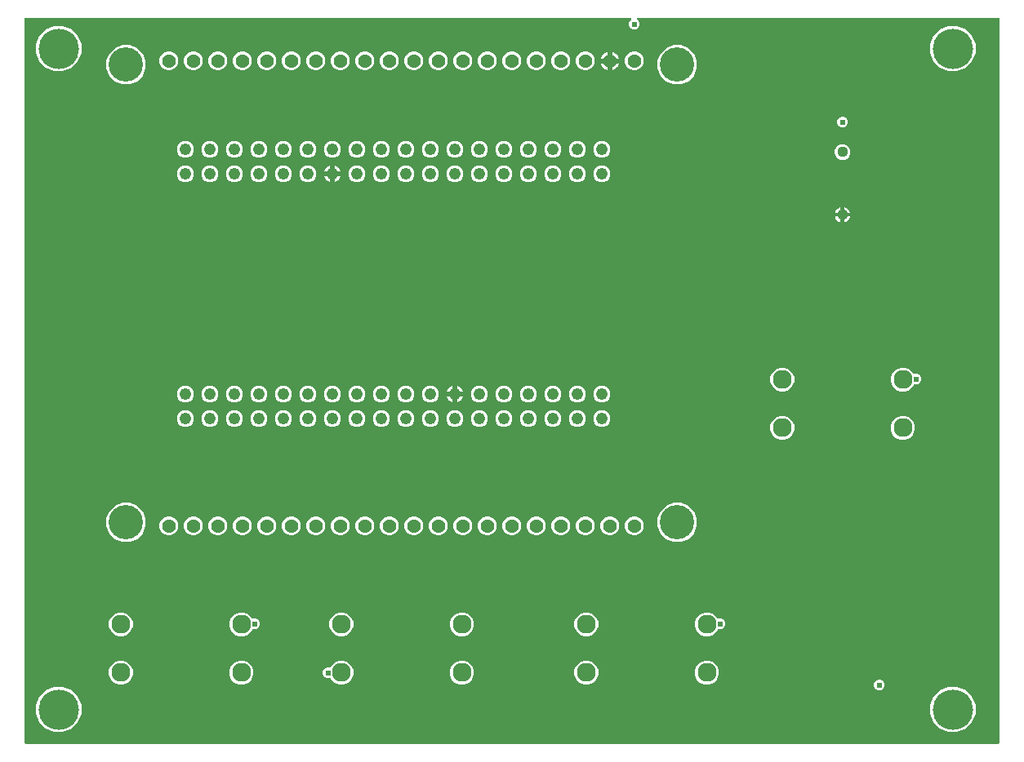
<source format=gbr>
G04 EAGLE Gerber RS-274X export*
G75*
%MOMM*%
%FSLAX34Y34*%
%LPD*%
%INCopper Layer 15*%
%IPPOS*%
%AMOC8*
5,1,8,0,0,1.08239X$1,22.5*%
G01*
%ADD10C,1.120000*%
%ADD11C,1.244600*%
%ADD12C,1.960000*%
%ADD13C,3.556000*%
%ADD14C,1.428000*%
%ADD15C,4.191000*%
%ADD16C,0.609600*%

G36*
X1012308Y2556D02*
X1012308Y2556D01*
X1012427Y2563D01*
X1012465Y2576D01*
X1012506Y2581D01*
X1012616Y2624D01*
X1012729Y2661D01*
X1012764Y2683D01*
X1012801Y2698D01*
X1012897Y2767D01*
X1012998Y2831D01*
X1013026Y2861D01*
X1013059Y2884D01*
X1013135Y2976D01*
X1013216Y3063D01*
X1013236Y3098D01*
X1013261Y3129D01*
X1013312Y3237D01*
X1013370Y3341D01*
X1013380Y3381D01*
X1013397Y3417D01*
X1013419Y3534D01*
X1013449Y3649D01*
X1013453Y3709D01*
X1013457Y3729D01*
X1013455Y3750D01*
X1013459Y3810D01*
X1013459Y754890D01*
X1013444Y755008D01*
X1013437Y755127D01*
X1013424Y755165D01*
X1013419Y755206D01*
X1013376Y755316D01*
X1013339Y755429D01*
X1013317Y755464D01*
X1013302Y755501D01*
X1013233Y755597D01*
X1013169Y755698D01*
X1013139Y755726D01*
X1013116Y755759D01*
X1013024Y755835D01*
X1012937Y755916D01*
X1012902Y755936D01*
X1012871Y755961D01*
X1012763Y756012D01*
X1012659Y756070D01*
X1012619Y756080D01*
X1012583Y756097D01*
X1012466Y756119D01*
X1012351Y756149D01*
X1012291Y756153D01*
X1012271Y756157D01*
X1012250Y756155D01*
X1012190Y756159D01*
X639109Y756159D01*
X638971Y756142D01*
X638832Y756129D01*
X638813Y756122D01*
X638793Y756119D01*
X638664Y756068D01*
X638533Y756021D01*
X638516Y756010D01*
X638497Y756002D01*
X638385Y755921D01*
X638270Y755843D01*
X638256Y755827D01*
X638240Y755816D01*
X638151Y755708D01*
X638059Y755604D01*
X638050Y755586D01*
X638037Y755571D01*
X637978Y755445D01*
X637915Y755321D01*
X637910Y755301D01*
X637902Y755283D01*
X637876Y755146D01*
X637845Y755011D01*
X637846Y754990D01*
X637842Y754971D01*
X637851Y754832D01*
X637855Y754693D01*
X637860Y754673D01*
X637862Y754653D01*
X637904Y754521D01*
X637943Y754387D01*
X637953Y754370D01*
X637960Y754351D01*
X638034Y754233D01*
X638105Y754113D01*
X638123Y754092D01*
X638130Y754082D01*
X638145Y754068D01*
X638211Y753993D01*
X639738Y752466D01*
X640589Y750412D01*
X640589Y748188D01*
X639738Y746134D01*
X638166Y744562D01*
X636112Y743711D01*
X633888Y743711D01*
X631834Y744562D01*
X630262Y746134D01*
X629411Y748188D01*
X629411Y750412D01*
X630262Y752466D01*
X631789Y753993D01*
X631874Y754102D01*
X631963Y754209D01*
X631971Y754228D01*
X631984Y754244D01*
X632039Y754372D01*
X632098Y754497D01*
X632102Y754517D01*
X632110Y754536D01*
X632132Y754674D01*
X632158Y754810D01*
X632157Y754830D01*
X632160Y754850D01*
X632147Y754989D01*
X632138Y755127D01*
X632132Y755146D01*
X632130Y755166D01*
X632083Y755298D01*
X632040Y755429D01*
X632029Y755447D01*
X632023Y755466D01*
X631945Y755581D01*
X631870Y755698D01*
X631855Y755712D01*
X631844Y755729D01*
X631740Y755821D01*
X631639Y755916D01*
X631621Y755926D01*
X631606Y755939D01*
X631481Y756003D01*
X631360Y756070D01*
X631340Y756075D01*
X631322Y756084D01*
X631187Y756114D01*
X631052Y756149D01*
X631024Y756151D01*
X631012Y756154D01*
X630992Y756153D01*
X630891Y756159D01*
X3810Y756159D01*
X3692Y756144D01*
X3573Y756137D01*
X3535Y756124D01*
X3494Y756119D01*
X3384Y756076D01*
X3271Y756039D01*
X3236Y756017D01*
X3199Y756002D01*
X3103Y755933D01*
X3002Y755869D01*
X2974Y755839D01*
X2941Y755816D01*
X2865Y755724D01*
X2784Y755637D01*
X2764Y755602D01*
X2739Y755571D01*
X2688Y755463D01*
X2630Y755359D01*
X2620Y755319D01*
X2603Y755283D01*
X2581Y755166D01*
X2551Y755051D01*
X2547Y754991D01*
X2543Y754971D01*
X2545Y754950D01*
X2541Y754890D01*
X2541Y3810D01*
X2556Y3692D01*
X2563Y3573D01*
X2576Y3535D01*
X2581Y3494D01*
X2624Y3384D01*
X2661Y3271D01*
X2683Y3236D01*
X2698Y3199D01*
X2767Y3103D01*
X2831Y3002D01*
X2861Y2974D01*
X2884Y2941D01*
X2976Y2865D01*
X3063Y2784D01*
X3098Y2764D01*
X3129Y2739D01*
X3237Y2688D01*
X3341Y2630D01*
X3381Y2620D01*
X3417Y2603D01*
X3534Y2581D01*
X3649Y2551D01*
X3709Y2547D01*
X3729Y2543D01*
X3750Y2545D01*
X3810Y2541D01*
X1012190Y2541D01*
X1012308Y2556D01*
G37*
%LPC*%
G36*
X960526Y700404D02*
X960526Y700404D01*
X951891Y703981D01*
X945281Y710591D01*
X941704Y719226D01*
X941704Y728574D01*
X945281Y737209D01*
X951891Y743819D01*
X960526Y747396D01*
X969874Y747396D01*
X978509Y743819D01*
X985119Y737209D01*
X988696Y728574D01*
X988696Y719226D01*
X985119Y710591D01*
X978509Y703981D01*
X969874Y700404D01*
X960526Y700404D01*
G37*
%LPD*%
%LPC*%
G36*
X33426Y700404D02*
X33426Y700404D01*
X24791Y703981D01*
X18181Y710591D01*
X14604Y719226D01*
X14604Y728574D01*
X18181Y737209D01*
X24791Y743819D01*
X33426Y747396D01*
X42774Y747396D01*
X51409Y743819D01*
X58019Y737209D01*
X61596Y728574D01*
X61596Y719226D01*
X58019Y710591D01*
X51409Y703981D01*
X42774Y700404D01*
X33426Y700404D01*
G37*
%LPD*%
%LPC*%
G36*
X960526Y14604D02*
X960526Y14604D01*
X951891Y18181D01*
X945281Y24791D01*
X941704Y33426D01*
X941704Y42774D01*
X945281Y51409D01*
X951891Y58019D01*
X960526Y61596D01*
X969874Y61596D01*
X978509Y58019D01*
X985119Y51409D01*
X988696Y42774D01*
X988696Y33426D01*
X985119Y24791D01*
X978509Y18181D01*
X969874Y14604D01*
X960526Y14604D01*
G37*
%LPD*%
%LPC*%
G36*
X33426Y14604D02*
X33426Y14604D01*
X24791Y18181D01*
X18181Y24791D01*
X14604Y33426D01*
X14604Y42774D01*
X18181Y51409D01*
X24791Y58019D01*
X33426Y61596D01*
X42774Y61596D01*
X51409Y58019D01*
X58019Y51409D01*
X61596Y42774D01*
X61596Y33426D01*
X58019Y24791D01*
X51409Y18181D01*
X42774Y14604D01*
X33426Y14604D01*
G37*
%LPD*%
%LPC*%
G36*
X675408Y212089D02*
X675408Y212089D01*
X667939Y215183D01*
X662223Y220899D01*
X659129Y228368D01*
X659129Y236452D01*
X662223Y243921D01*
X667939Y249637D01*
X675408Y252731D01*
X683492Y252731D01*
X690961Y249637D01*
X696677Y243921D01*
X699771Y236452D01*
X699771Y228368D01*
X696677Y220899D01*
X690961Y215183D01*
X683492Y212089D01*
X675408Y212089D01*
G37*
%LPD*%
%LPC*%
G36*
X103908Y687069D02*
X103908Y687069D01*
X96439Y690163D01*
X90723Y695879D01*
X87629Y703348D01*
X87629Y711432D01*
X90723Y718901D01*
X96439Y724617D01*
X103908Y727711D01*
X111992Y727711D01*
X119461Y724617D01*
X125177Y718901D01*
X128271Y711432D01*
X128271Y703348D01*
X125177Y695879D01*
X119461Y690163D01*
X111992Y687069D01*
X103908Y687069D01*
G37*
%LPD*%
%LPC*%
G36*
X675408Y687069D02*
X675408Y687069D01*
X667939Y690163D01*
X662223Y695879D01*
X659129Y703348D01*
X659129Y711432D01*
X662223Y718901D01*
X667939Y724617D01*
X675408Y727711D01*
X683492Y727711D01*
X690961Y724617D01*
X696677Y718901D01*
X699771Y711432D01*
X699771Y703348D01*
X696677Y695879D01*
X690961Y690163D01*
X683492Y687069D01*
X675408Y687069D01*
G37*
%LPD*%
%LPC*%
G36*
X103908Y212089D02*
X103908Y212089D01*
X96439Y215183D01*
X90723Y220899D01*
X87629Y228368D01*
X87629Y236452D01*
X90723Y243921D01*
X96439Y249637D01*
X103908Y252731D01*
X111992Y252731D01*
X119461Y249637D01*
X125177Y243921D01*
X128271Y236452D01*
X128271Y228368D01*
X125177Y220899D01*
X119461Y215183D01*
X111992Y212089D01*
X103908Y212089D01*
G37*
%LPD*%
%LPC*%
G36*
X225145Y114259D02*
X225145Y114259D01*
X220610Y116138D01*
X217138Y119610D01*
X215259Y124145D01*
X215259Y129055D01*
X217138Y133590D01*
X220610Y137062D01*
X225145Y138941D01*
X230055Y138941D01*
X234590Y137062D01*
X238062Y133590D01*
X238242Y133156D01*
X238301Y133053D01*
X238353Y132946D01*
X238379Y132915D01*
X238399Y132880D01*
X238482Y132794D01*
X238559Y132704D01*
X238593Y132681D01*
X238621Y132652D01*
X238722Y132589D01*
X238820Y132521D01*
X238857Y132506D01*
X238892Y132485D01*
X239005Y132450D01*
X239117Y132408D01*
X239157Y132404D01*
X239196Y132392D01*
X239314Y132386D01*
X239433Y132373D01*
X239473Y132379D01*
X239513Y132377D01*
X239630Y132401D01*
X239748Y132417D01*
X239805Y132437D01*
X239825Y132441D01*
X239843Y132450D01*
X239900Y132469D01*
X240188Y132589D01*
X242412Y132589D01*
X244466Y131738D01*
X246038Y130166D01*
X246889Y128112D01*
X246889Y125888D01*
X246038Y123834D01*
X244466Y122262D01*
X242412Y121411D01*
X240188Y121411D01*
X240183Y121413D01*
X240068Y121445D01*
X239956Y121484D01*
X239915Y121487D01*
X239876Y121497D01*
X239757Y121499D01*
X239639Y121509D01*
X239599Y121502D01*
X239558Y121502D01*
X239443Y121475D01*
X239325Y121454D01*
X239288Y121438D01*
X239249Y121428D01*
X239144Y121373D01*
X239035Y121324D01*
X239004Y121299D01*
X238968Y121280D01*
X238880Y121200D01*
X238787Y121125D01*
X238762Y121093D01*
X238733Y121066D01*
X238667Y120966D01*
X238596Y120871D01*
X238569Y120817D01*
X238558Y120800D01*
X238551Y120781D01*
X238525Y120727D01*
X238062Y119610D01*
X234590Y116138D01*
X230055Y114259D01*
X225145Y114259D01*
G37*
%LPD*%
%LPC*%
G36*
X328745Y64259D02*
X328745Y64259D01*
X324210Y66138D01*
X320738Y69610D01*
X320558Y70044D01*
X320499Y70147D01*
X320447Y70254D01*
X320421Y70285D01*
X320401Y70320D01*
X320318Y70406D01*
X320241Y70496D01*
X320207Y70519D01*
X320179Y70548D01*
X320078Y70611D01*
X319980Y70679D01*
X319943Y70694D01*
X319908Y70715D01*
X319795Y70750D01*
X319683Y70792D01*
X319643Y70796D01*
X319604Y70808D01*
X319486Y70814D01*
X319367Y70827D01*
X319327Y70821D01*
X319287Y70823D01*
X319170Y70799D01*
X319052Y70783D01*
X318995Y70763D01*
X318975Y70759D01*
X318957Y70750D01*
X318900Y70731D01*
X318612Y70611D01*
X316388Y70611D01*
X314334Y71462D01*
X312762Y73034D01*
X311911Y75088D01*
X311911Y77312D01*
X312762Y79366D01*
X314334Y80938D01*
X316388Y81789D01*
X318612Y81789D01*
X318617Y81787D01*
X318732Y81755D01*
X318844Y81716D01*
X318885Y81713D01*
X318924Y81703D01*
X319043Y81701D01*
X319161Y81691D01*
X319201Y81698D01*
X319242Y81698D01*
X319357Y81725D01*
X319475Y81746D01*
X319512Y81762D01*
X319551Y81772D01*
X319656Y81827D01*
X319765Y81876D01*
X319796Y81901D01*
X319832Y81920D01*
X319920Y82000D01*
X320013Y82075D01*
X320038Y82107D01*
X320067Y82134D01*
X320133Y82234D01*
X320204Y82329D01*
X320231Y82383D01*
X320242Y82400D01*
X320249Y82419D01*
X320275Y82473D01*
X320738Y83590D01*
X324210Y87062D01*
X328745Y88941D01*
X333655Y88941D01*
X338190Y87062D01*
X341662Y83590D01*
X343541Y79055D01*
X343541Y74145D01*
X341662Y69610D01*
X338190Y66138D01*
X333655Y64259D01*
X328745Y64259D01*
G37*
%LPD*%
%LPC*%
G36*
X910945Y368259D02*
X910945Y368259D01*
X906410Y370138D01*
X902938Y373610D01*
X901059Y378145D01*
X901059Y383055D01*
X902938Y387590D01*
X906410Y391062D01*
X910945Y392941D01*
X915855Y392941D01*
X920390Y391062D01*
X923862Y387590D01*
X924042Y387156D01*
X924101Y387053D01*
X924153Y386946D01*
X924179Y386915D01*
X924199Y386880D01*
X924282Y386794D01*
X924359Y386704D01*
X924392Y386681D01*
X924421Y386652D01*
X924522Y386589D01*
X924619Y386521D01*
X924657Y386507D01*
X924692Y386485D01*
X924805Y386450D01*
X924917Y386408D01*
X924957Y386404D01*
X924996Y386392D01*
X925115Y386386D01*
X925233Y386373D01*
X925273Y386379D01*
X925313Y386377D01*
X925430Y386401D01*
X925548Y386417D01*
X925605Y386437D01*
X925625Y386441D01*
X925643Y386450D01*
X925700Y386469D01*
X925988Y386589D01*
X928212Y386589D01*
X930266Y385738D01*
X931838Y384166D01*
X932689Y382112D01*
X932689Y379888D01*
X931838Y377834D01*
X930266Y376262D01*
X928212Y375411D01*
X925988Y375411D01*
X925983Y375413D01*
X925868Y375445D01*
X925756Y375484D01*
X925715Y375487D01*
X925676Y375497D01*
X925557Y375499D01*
X925439Y375509D01*
X925399Y375502D01*
X925358Y375502D01*
X925243Y375475D01*
X925125Y375454D01*
X925088Y375438D01*
X925049Y375428D01*
X924944Y375373D01*
X924835Y375324D01*
X924804Y375299D01*
X924768Y375280D01*
X924680Y375199D01*
X924587Y375125D01*
X924563Y375093D01*
X924533Y375066D01*
X924467Y374966D01*
X924396Y374871D01*
X924369Y374817D01*
X924358Y374800D01*
X924351Y374781D01*
X924325Y374727D01*
X923862Y373610D01*
X920390Y370138D01*
X915855Y368259D01*
X910945Y368259D01*
G37*
%LPD*%
%LPC*%
G36*
X707745Y114259D02*
X707745Y114259D01*
X703210Y116138D01*
X699738Y119610D01*
X697859Y124145D01*
X697859Y129055D01*
X699738Y133590D01*
X703210Y137062D01*
X707745Y138941D01*
X712655Y138941D01*
X717190Y137062D01*
X720662Y133590D01*
X720842Y133156D01*
X720901Y133053D01*
X720953Y132946D01*
X720979Y132915D01*
X720999Y132880D01*
X721082Y132794D01*
X721159Y132704D01*
X721192Y132681D01*
X721221Y132652D01*
X721322Y132589D01*
X721419Y132521D01*
X721457Y132507D01*
X721492Y132485D01*
X721605Y132450D01*
X721717Y132408D01*
X721757Y132404D01*
X721796Y132392D01*
X721915Y132386D01*
X722033Y132373D01*
X722073Y132379D01*
X722113Y132377D01*
X722230Y132401D01*
X722348Y132417D01*
X722405Y132437D01*
X722425Y132441D01*
X722443Y132450D01*
X722500Y132469D01*
X722788Y132589D01*
X725012Y132589D01*
X727066Y131738D01*
X728638Y130166D01*
X729489Y128112D01*
X729489Y125888D01*
X728638Y123834D01*
X727066Y122262D01*
X725012Y121411D01*
X722788Y121411D01*
X722783Y121413D01*
X722668Y121445D01*
X722556Y121484D01*
X722515Y121487D01*
X722476Y121497D01*
X722357Y121499D01*
X722239Y121509D01*
X722199Y121502D01*
X722158Y121502D01*
X722043Y121475D01*
X721925Y121454D01*
X721888Y121438D01*
X721849Y121428D01*
X721744Y121373D01*
X721635Y121324D01*
X721604Y121299D01*
X721568Y121280D01*
X721480Y121199D01*
X721387Y121125D01*
X721363Y121093D01*
X721333Y121066D01*
X721267Y120966D01*
X721196Y120871D01*
X721169Y120817D01*
X721158Y120800D01*
X721151Y120781D01*
X721125Y120727D01*
X720662Y119610D01*
X717190Y116138D01*
X712655Y114259D01*
X707745Y114259D01*
G37*
%LPD*%
%LPC*%
G36*
X328745Y114259D02*
X328745Y114259D01*
X324210Y116138D01*
X320738Y119610D01*
X318859Y124145D01*
X318859Y129055D01*
X320738Y133590D01*
X324210Y137062D01*
X328745Y138941D01*
X333655Y138941D01*
X338190Y137062D01*
X341662Y133590D01*
X343541Y129055D01*
X343541Y124145D01*
X341662Y119610D01*
X338190Y116138D01*
X333655Y114259D01*
X328745Y114259D01*
G37*
%LPD*%
%LPC*%
G36*
X785945Y368259D02*
X785945Y368259D01*
X781410Y370138D01*
X777938Y373610D01*
X776059Y378145D01*
X776059Y383055D01*
X777938Y387590D01*
X781410Y391062D01*
X785945Y392941D01*
X790855Y392941D01*
X795390Y391062D01*
X798862Y387590D01*
X800741Y383055D01*
X800741Y378145D01*
X798862Y373610D01*
X795390Y370138D01*
X790855Y368259D01*
X785945Y368259D01*
G37*
%LPD*%
%LPC*%
G36*
X910945Y318259D02*
X910945Y318259D01*
X906410Y320138D01*
X902938Y323610D01*
X901059Y328145D01*
X901059Y333055D01*
X902938Y337590D01*
X906410Y341062D01*
X910945Y342941D01*
X915855Y342941D01*
X920390Y341062D01*
X923862Y337590D01*
X925741Y333055D01*
X925741Y328145D01*
X923862Y323610D01*
X920390Y320138D01*
X915855Y318259D01*
X910945Y318259D01*
G37*
%LPD*%
%LPC*%
G36*
X785945Y318259D02*
X785945Y318259D01*
X781410Y320138D01*
X777938Y323610D01*
X776059Y328145D01*
X776059Y333055D01*
X777938Y337590D01*
X781410Y341062D01*
X785945Y342941D01*
X790855Y342941D01*
X795390Y341062D01*
X798862Y337590D01*
X800741Y333055D01*
X800741Y328145D01*
X798862Y323610D01*
X795390Y320138D01*
X790855Y318259D01*
X785945Y318259D01*
G37*
%LPD*%
%LPC*%
G36*
X100145Y114259D02*
X100145Y114259D01*
X95610Y116138D01*
X92138Y119610D01*
X90259Y124145D01*
X90259Y129055D01*
X92138Y133590D01*
X95610Y137062D01*
X100145Y138941D01*
X105055Y138941D01*
X109590Y137062D01*
X113062Y133590D01*
X114941Y129055D01*
X114941Y124145D01*
X113062Y119610D01*
X109590Y116138D01*
X105055Y114259D01*
X100145Y114259D01*
G37*
%LPD*%
%LPC*%
G36*
X453745Y114259D02*
X453745Y114259D01*
X449210Y116138D01*
X445738Y119610D01*
X443859Y124145D01*
X443859Y129055D01*
X445738Y133590D01*
X449210Y137062D01*
X453745Y138941D01*
X458655Y138941D01*
X463190Y137062D01*
X466662Y133590D01*
X468541Y129055D01*
X468541Y124145D01*
X466662Y119610D01*
X463190Y116138D01*
X458655Y114259D01*
X453745Y114259D01*
G37*
%LPD*%
%LPC*%
G36*
X582745Y114259D02*
X582745Y114259D01*
X578210Y116138D01*
X574738Y119610D01*
X572859Y124145D01*
X572859Y129055D01*
X574738Y133590D01*
X578210Y137062D01*
X582745Y138941D01*
X587655Y138941D01*
X592190Y137062D01*
X595662Y133590D01*
X597541Y129055D01*
X597541Y124145D01*
X595662Y119610D01*
X592190Y116138D01*
X587655Y114259D01*
X582745Y114259D01*
G37*
%LPD*%
%LPC*%
G36*
X707745Y64259D02*
X707745Y64259D01*
X703210Y66138D01*
X699738Y69610D01*
X697859Y74145D01*
X697859Y79055D01*
X699738Y83590D01*
X703210Y87062D01*
X707745Y88941D01*
X712655Y88941D01*
X717190Y87062D01*
X720662Y83590D01*
X722541Y79055D01*
X722541Y74145D01*
X720662Y69610D01*
X717190Y66138D01*
X712655Y64259D01*
X707745Y64259D01*
G37*
%LPD*%
%LPC*%
G36*
X582745Y64259D02*
X582745Y64259D01*
X578210Y66138D01*
X574738Y69610D01*
X572859Y74145D01*
X572859Y79055D01*
X574738Y83590D01*
X578210Y87062D01*
X582745Y88941D01*
X587655Y88941D01*
X592190Y87062D01*
X595662Y83590D01*
X597541Y79055D01*
X597541Y74145D01*
X595662Y69610D01*
X592190Y66138D01*
X587655Y64259D01*
X582745Y64259D01*
G37*
%LPD*%
%LPC*%
G36*
X453745Y64259D02*
X453745Y64259D01*
X449210Y66138D01*
X445738Y69610D01*
X443859Y74145D01*
X443859Y79055D01*
X445738Y83590D01*
X449210Y87062D01*
X453745Y88941D01*
X458655Y88941D01*
X463190Y87062D01*
X466662Y83590D01*
X468541Y79055D01*
X468541Y74145D01*
X466662Y69610D01*
X463190Y66138D01*
X458655Y64259D01*
X453745Y64259D01*
G37*
%LPD*%
%LPC*%
G36*
X225145Y64259D02*
X225145Y64259D01*
X220610Y66138D01*
X217138Y69610D01*
X215259Y74145D01*
X215259Y79055D01*
X217138Y83590D01*
X220610Y87062D01*
X225145Y88941D01*
X230055Y88941D01*
X234590Y87062D01*
X238062Y83590D01*
X239941Y79055D01*
X239941Y74145D01*
X238062Y69610D01*
X234590Y66138D01*
X230055Y64259D01*
X225145Y64259D01*
G37*
%LPD*%
%LPC*%
G36*
X100145Y64259D02*
X100145Y64259D01*
X95610Y66138D01*
X92138Y69610D01*
X90259Y74145D01*
X90259Y79055D01*
X92138Y83590D01*
X95610Y87062D01*
X100145Y88941D01*
X105055Y88941D01*
X109590Y87062D01*
X113062Y83590D01*
X114941Y79055D01*
X114941Y74145D01*
X113062Y69610D01*
X109590Y66138D01*
X105055Y64259D01*
X100145Y64259D01*
G37*
%LPD*%
%LPC*%
G36*
X480674Y701519D02*
X480674Y701519D01*
X477116Y702993D01*
X474393Y705716D01*
X472919Y709274D01*
X472919Y713126D01*
X474393Y716684D01*
X477116Y719407D01*
X480674Y720881D01*
X484526Y720881D01*
X488084Y719407D01*
X490807Y716684D01*
X492281Y713126D01*
X492281Y709274D01*
X490807Y705716D01*
X488084Y702993D01*
X484526Y701519D01*
X480674Y701519D01*
G37*
%LPD*%
%LPC*%
G36*
X150474Y701519D02*
X150474Y701519D01*
X146916Y702993D01*
X144193Y705716D01*
X142719Y709274D01*
X142719Y713126D01*
X144193Y716684D01*
X146916Y719407D01*
X150474Y720881D01*
X154326Y720881D01*
X157884Y719407D01*
X160607Y716684D01*
X162081Y713126D01*
X162081Y709274D01*
X160607Y705716D01*
X157884Y702993D01*
X154326Y701519D01*
X150474Y701519D01*
G37*
%LPD*%
%LPC*%
G36*
X506074Y701519D02*
X506074Y701519D01*
X502516Y702993D01*
X499793Y705716D01*
X498319Y709274D01*
X498319Y713126D01*
X499793Y716684D01*
X502516Y719407D01*
X506074Y720881D01*
X509926Y720881D01*
X513484Y719407D01*
X516207Y716684D01*
X517681Y713126D01*
X517681Y709274D01*
X516207Y705716D01*
X513484Y702993D01*
X509926Y701519D01*
X506074Y701519D01*
G37*
%LPD*%
%LPC*%
G36*
X175874Y701519D02*
X175874Y701519D01*
X172316Y702993D01*
X169593Y705716D01*
X168119Y709274D01*
X168119Y713126D01*
X169593Y716684D01*
X172316Y719407D01*
X175874Y720881D01*
X179726Y720881D01*
X183284Y719407D01*
X186007Y716684D01*
X187481Y713126D01*
X187481Y709274D01*
X186007Y705716D01*
X183284Y702993D01*
X179726Y701519D01*
X175874Y701519D01*
G37*
%LPD*%
%LPC*%
G36*
X201274Y701519D02*
X201274Y701519D01*
X197716Y702993D01*
X194993Y705716D01*
X193519Y709274D01*
X193519Y713126D01*
X194993Y716684D01*
X197716Y719407D01*
X201274Y720881D01*
X205126Y720881D01*
X208684Y719407D01*
X211407Y716684D01*
X212881Y713126D01*
X212881Y709274D01*
X211407Y705716D01*
X208684Y702993D01*
X205126Y701519D01*
X201274Y701519D01*
G37*
%LPD*%
%LPC*%
G36*
X226674Y701519D02*
X226674Y701519D01*
X223116Y702993D01*
X220393Y705716D01*
X218919Y709274D01*
X218919Y713126D01*
X220393Y716684D01*
X223116Y719407D01*
X226674Y720881D01*
X230526Y720881D01*
X234084Y719407D01*
X236807Y716684D01*
X238281Y713126D01*
X238281Y709274D01*
X236807Y705716D01*
X234084Y702993D01*
X230526Y701519D01*
X226674Y701519D01*
G37*
%LPD*%
%LPC*%
G36*
X252074Y701519D02*
X252074Y701519D01*
X248516Y702993D01*
X245793Y705716D01*
X244319Y709274D01*
X244319Y713126D01*
X245793Y716684D01*
X248516Y719407D01*
X252074Y720881D01*
X255926Y720881D01*
X259484Y719407D01*
X262207Y716684D01*
X263681Y713126D01*
X263681Y709274D01*
X262207Y705716D01*
X259484Y702993D01*
X255926Y701519D01*
X252074Y701519D01*
G37*
%LPD*%
%LPC*%
G36*
X277474Y701519D02*
X277474Y701519D01*
X273916Y702993D01*
X271193Y705716D01*
X269719Y709274D01*
X269719Y713126D01*
X271193Y716684D01*
X273916Y719407D01*
X277474Y720881D01*
X281326Y720881D01*
X284884Y719407D01*
X287607Y716684D01*
X289081Y713126D01*
X289081Y709274D01*
X287607Y705716D01*
X284884Y702993D01*
X281326Y701519D01*
X277474Y701519D01*
G37*
%LPD*%
%LPC*%
G36*
X404474Y701519D02*
X404474Y701519D01*
X400916Y702993D01*
X398193Y705716D01*
X396719Y709274D01*
X396719Y713126D01*
X398193Y716684D01*
X400916Y719407D01*
X404474Y720881D01*
X408326Y720881D01*
X411884Y719407D01*
X414607Y716684D01*
X416081Y713126D01*
X416081Y709274D01*
X414607Y705716D01*
X411884Y702993D01*
X408326Y701519D01*
X404474Y701519D01*
G37*
%LPD*%
%LPC*%
G36*
X531474Y701519D02*
X531474Y701519D01*
X527916Y702993D01*
X525193Y705716D01*
X523719Y709274D01*
X523719Y713126D01*
X525193Y716684D01*
X527916Y719407D01*
X531474Y720881D01*
X535326Y720881D01*
X538884Y719407D01*
X541607Y716684D01*
X543081Y713126D01*
X543081Y709274D01*
X541607Y705716D01*
X538884Y702993D01*
X535326Y701519D01*
X531474Y701519D01*
G37*
%LPD*%
%LPC*%
G36*
X302874Y701519D02*
X302874Y701519D01*
X299316Y702993D01*
X296593Y705716D01*
X295119Y709274D01*
X295119Y713126D01*
X296593Y716684D01*
X299316Y719407D01*
X302874Y720881D01*
X306726Y720881D01*
X310284Y719407D01*
X313007Y716684D01*
X314481Y713126D01*
X314481Y709274D01*
X313007Y705716D01*
X310284Y702993D01*
X306726Y701519D01*
X302874Y701519D01*
G37*
%LPD*%
%LPC*%
G36*
X556874Y701519D02*
X556874Y701519D01*
X553316Y702993D01*
X550593Y705716D01*
X549119Y709274D01*
X549119Y713126D01*
X550593Y716684D01*
X553316Y719407D01*
X556874Y720881D01*
X560726Y720881D01*
X564284Y719407D01*
X567007Y716684D01*
X568481Y713126D01*
X568481Y709274D01*
X567007Y705716D01*
X564284Y702993D01*
X560726Y701519D01*
X556874Y701519D01*
G37*
%LPD*%
%LPC*%
G36*
X150474Y218919D02*
X150474Y218919D01*
X146916Y220393D01*
X144193Y223116D01*
X142719Y226674D01*
X142719Y230526D01*
X144193Y234084D01*
X146916Y236807D01*
X150474Y238281D01*
X154326Y238281D01*
X157884Y236807D01*
X160607Y234084D01*
X162081Y230526D01*
X162081Y226674D01*
X160607Y223116D01*
X157884Y220393D01*
X154326Y218919D01*
X150474Y218919D01*
G37*
%LPD*%
%LPC*%
G36*
X175874Y218919D02*
X175874Y218919D01*
X172316Y220393D01*
X169593Y223116D01*
X168119Y226674D01*
X168119Y230526D01*
X169593Y234084D01*
X172316Y236807D01*
X175874Y238281D01*
X179726Y238281D01*
X183284Y236807D01*
X186007Y234084D01*
X187481Y230526D01*
X187481Y226674D01*
X186007Y223116D01*
X183284Y220393D01*
X179726Y218919D01*
X175874Y218919D01*
G37*
%LPD*%
%LPC*%
G36*
X379074Y701519D02*
X379074Y701519D01*
X375516Y702993D01*
X372793Y705716D01*
X371319Y709274D01*
X371319Y713126D01*
X372793Y716684D01*
X375516Y719407D01*
X379074Y720881D01*
X382926Y720881D01*
X386484Y719407D01*
X389207Y716684D01*
X390681Y713126D01*
X390681Y709274D01*
X389207Y705716D01*
X386484Y702993D01*
X382926Y701519D01*
X379074Y701519D01*
G37*
%LPD*%
%LPC*%
G36*
X226674Y218919D02*
X226674Y218919D01*
X223116Y220393D01*
X220393Y223116D01*
X218919Y226674D01*
X218919Y230526D01*
X220393Y234084D01*
X223116Y236807D01*
X226674Y238281D01*
X230526Y238281D01*
X234084Y236807D01*
X236807Y234084D01*
X238281Y230526D01*
X238281Y226674D01*
X236807Y223116D01*
X234084Y220393D01*
X230526Y218919D01*
X226674Y218919D01*
G37*
%LPD*%
%LPC*%
G36*
X252074Y218919D02*
X252074Y218919D01*
X248516Y220393D01*
X245793Y223116D01*
X244319Y226674D01*
X244319Y230526D01*
X245793Y234084D01*
X248516Y236807D01*
X252074Y238281D01*
X255926Y238281D01*
X259484Y236807D01*
X262207Y234084D01*
X263681Y230526D01*
X263681Y226674D01*
X262207Y223116D01*
X259484Y220393D01*
X255926Y218919D01*
X252074Y218919D01*
G37*
%LPD*%
%LPC*%
G36*
X277474Y218919D02*
X277474Y218919D01*
X273916Y220393D01*
X271193Y223116D01*
X269719Y226674D01*
X269719Y230526D01*
X271193Y234084D01*
X273916Y236807D01*
X277474Y238281D01*
X281326Y238281D01*
X284884Y236807D01*
X287607Y234084D01*
X289081Y230526D01*
X289081Y226674D01*
X287607Y223116D01*
X284884Y220393D01*
X281326Y218919D01*
X277474Y218919D01*
G37*
%LPD*%
%LPC*%
G36*
X302874Y218919D02*
X302874Y218919D01*
X299316Y220393D01*
X296593Y223116D01*
X295119Y226674D01*
X295119Y230526D01*
X296593Y234084D01*
X299316Y236807D01*
X302874Y238281D01*
X306726Y238281D01*
X310284Y236807D01*
X313007Y234084D01*
X314481Y230526D01*
X314481Y226674D01*
X313007Y223116D01*
X310284Y220393D01*
X306726Y218919D01*
X302874Y218919D01*
G37*
%LPD*%
%LPC*%
G36*
X328274Y218919D02*
X328274Y218919D01*
X324716Y220393D01*
X321993Y223116D01*
X320519Y226674D01*
X320519Y230526D01*
X321993Y234084D01*
X324716Y236807D01*
X328274Y238281D01*
X332126Y238281D01*
X335684Y236807D01*
X338407Y234084D01*
X339881Y230526D01*
X339881Y226674D01*
X338407Y223116D01*
X335684Y220393D01*
X332126Y218919D01*
X328274Y218919D01*
G37*
%LPD*%
%LPC*%
G36*
X353674Y218919D02*
X353674Y218919D01*
X350116Y220393D01*
X347393Y223116D01*
X345919Y226674D01*
X345919Y230526D01*
X347393Y234084D01*
X350116Y236807D01*
X353674Y238281D01*
X357526Y238281D01*
X361084Y236807D01*
X363807Y234084D01*
X365281Y230526D01*
X365281Y226674D01*
X363807Y223116D01*
X361084Y220393D01*
X357526Y218919D01*
X353674Y218919D01*
G37*
%LPD*%
%LPC*%
G36*
X379074Y218919D02*
X379074Y218919D01*
X375516Y220393D01*
X372793Y223116D01*
X371319Y226674D01*
X371319Y230526D01*
X372793Y234084D01*
X375516Y236807D01*
X379074Y238281D01*
X382926Y238281D01*
X386484Y236807D01*
X389207Y234084D01*
X390681Y230526D01*
X390681Y226674D01*
X389207Y223116D01*
X386484Y220393D01*
X382926Y218919D01*
X379074Y218919D01*
G37*
%LPD*%
%LPC*%
G36*
X404474Y218919D02*
X404474Y218919D01*
X400916Y220393D01*
X398193Y223116D01*
X396719Y226674D01*
X396719Y230526D01*
X398193Y234084D01*
X400916Y236807D01*
X404474Y238281D01*
X408326Y238281D01*
X411884Y236807D01*
X414607Y234084D01*
X416081Y230526D01*
X416081Y226674D01*
X414607Y223116D01*
X411884Y220393D01*
X408326Y218919D01*
X404474Y218919D01*
G37*
%LPD*%
%LPC*%
G36*
X429874Y218919D02*
X429874Y218919D01*
X426316Y220393D01*
X423593Y223116D01*
X422119Y226674D01*
X422119Y230526D01*
X423593Y234084D01*
X426316Y236807D01*
X429874Y238281D01*
X433726Y238281D01*
X437284Y236807D01*
X440007Y234084D01*
X441481Y230526D01*
X441481Y226674D01*
X440007Y223116D01*
X437284Y220393D01*
X433726Y218919D01*
X429874Y218919D01*
G37*
%LPD*%
%LPC*%
G36*
X455274Y218919D02*
X455274Y218919D01*
X451716Y220393D01*
X448993Y223116D01*
X447519Y226674D01*
X447519Y230526D01*
X448993Y234084D01*
X451716Y236807D01*
X455274Y238281D01*
X459126Y238281D01*
X462684Y236807D01*
X465407Y234084D01*
X466881Y230526D01*
X466881Y226674D01*
X465407Y223116D01*
X462684Y220393D01*
X459126Y218919D01*
X455274Y218919D01*
G37*
%LPD*%
%LPC*%
G36*
X480674Y218919D02*
X480674Y218919D01*
X477116Y220393D01*
X474393Y223116D01*
X472919Y226674D01*
X472919Y230526D01*
X474393Y234084D01*
X477116Y236807D01*
X480674Y238281D01*
X484526Y238281D01*
X488084Y236807D01*
X490807Y234084D01*
X492281Y230526D01*
X492281Y226674D01*
X490807Y223116D01*
X488084Y220393D01*
X484526Y218919D01*
X480674Y218919D01*
G37*
%LPD*%
%LPC*%
G36*
X506074Y218919D02*
X506074Y218919D01*
X502516Y220393D01*
X499793Y223116D01*
X498319Y226674D01*
X498319Y230526D01*
X499793Y234084D01*
X502516Y236807D01*
X506074Y238281D01*
X509926Y238281D01*
X513484Y236807D01*
X516207Y234084D01*
X517681Y230526D01*
X517681Y226674D01*
X516207Y223116D01*
X513484Y220393D01*
X509926Y218919D01*
X506074Y218919D01*
G37*
%LPD*%
%LPC*%
G36*
X531474Y218919D02*
X531474Y218919D01*
X527916Y220393D01*
X525193Y223116D01*
X523719Y226674D01*
X523719Y230526D01*
X525193Y234084D01*
X527916Y236807D01*
X531474Y238281D01*
X535326Y238281D01*
X538884Y236807D01*
X541607Y234084D01*
X543081Y230526D01*
X543081Y226674D01*
X541607Y223116D01*
X538884Y220393D01*
X535326Y218919D01*
X531474Y218919D01*
G37*
%LPD*%
%LPC*%
G36*
X556874Y218919D02*
X556874Y218919D01*
X553316Y220393D01*
X550593Y223116D01*
X549119Y226674D01*
X549119Y230526D01*
X550593Y234084D01*
X553316Y236807D01*
X556874Y238281D01*
X560726Y238281D01*
X564284Y236807D01*
X567007Y234084D01*
X568481Y230526D01*
X568481Y226674D01*
X567007Y223116D01*
X564284Y220393D01*
X560726Y218919D01*
X556874Y218919D01*
G37*
%LPD*%
%LPC*%
G36*
X633074Y218919D02*
X633074Y218919D01*
X629516Y220393D01*
X626793Y223116D01*
X625319Y226674D01*
X625319Y230526D01*
X626793Y234084D01*
X629516Y236807D01*
X633074Y238281D01*
X636926Y238281D01*
X640484Y236807D01*
X643207Y234084D01*
X644681Y230526D01*
X644681Y226674D01*
X643207Y223116D01*
X640484Y220393D01*
X636926Y218919D01*
X633074Y218919D01*
G37*
%LPD*%
%LPC*%
G36*
X582274Y218919D02*
X582274Y218919D01*
X578716Y220393D01*
X575993Y223116D01*
X574519Y226674D01*
X574519Y230526D01*
X575993Y234084D01*
X578716Y236807D01*
X582274Y238281D01*
X586126Y238281D01*
X589684Y236807D01*
X592407Y234084D01*
X593881Y230526D01*
X593881Y226674D01*
X592407Y223116D01*
X589684Y220393D01*
X586126Y218919D01*
X582274Y218919D01*
G37*
%LPD*%
%LPC*%
G36*
X607674Y218919D02*
X607674Y218919D01*
X604116Y220393D01*
X601393Y223116D01*
X599919Y226674D01*
X599919Y230526D01*
X601393Y234084D01*
X604116Y236807D01*
X607674Y238281D01*
X611526Y238281D01*
X615084Y236807D01*
X617807Y234084D01*
X619281Y230526D01*
X619281Y226674D01*
X617807Y223116D01*
X615084Y220393D01*
X611526Y218919D01*
X607674Y218919D01*
G37*
%LPD*%
%LPC*%
G36*
X582274Y701519D02*
X582274Y701519D01*
X578716Y702993D01*
X575993Y705716D01*
X574519Y709274D01*
X574519Y713126D01*
X575993Y716684D01*
X578716Y719407D01*
X582274Y720881D01*
X586126Y720881D01*
X589684Y719407D01*
X592407Y716684D01*
X593881Y713126D01*
X593881Y709274D01*
X592407Y705716D01*
X589684Y702993D01*
X586126Y701519D01*
X582274Y701519D01*
G37*
%LPD*%
%LPC*%
G36*
X633074Y701519D02*
X633074Y701519D01*
X629516Y702993D01*
X626793Y705716D01*
X625319Y709274D01*
X625319Y713126D01*
X626793Y716684D01*
X629516Y719407D01*
X633074Y720881D01*
X636926Y720881D01*
X640484Y719407D01*
X643207Y716684D01*
X644681Y713126D01*
X644681Y709274D01*
X643207Y705716D01*
X640484Y702993D01*
X636926Y701519D01*
X633074Y701519D01*
G37*
%LPD*%
%LPC*%
G36*
X328274Y701519D02*
X328274Y701519D01*
X324716Y702993D01*
X321993Y705716D01*
X320519Y709274D01*
X320519Y713126D01*
X321993Y716684D01*
X324716Y719407D01*
X328274Y720881D01*
X332126Y720881D01*
X335684Y719407D01*
X338407Y716684D01*
X339881Y713126D01*
X339881Y709274D01*
X338407Y705716D01*
X335684Y702993D01*
X332126Y701519D01*
X328274Y701519D01*
G37*
%LPD*%
%LPC*%
G36*
X353674Y701519D02*
X353674Y701519D01*
X350116Y702993D01*
X347393Y705716D01*
X345919Y709274D01*
X345919Y713126D01*
X347393Y716684D01*
X350116Y719407D01*
X353674Y720881D01*
X357526Y720881D01*
X361084Y719407D01*
X363807Y716684D01*
X365281Y713126D01*
X365281Y709274D01*
X363807Y705716D01*
X361084Y702993D01*
X357526Y701519D01*
X353674Y701519D01*
G37*
%LPD*%
%LPC*%
G36*
X429874Y701519D02*
X429874Y701519D01*
X426316Y702993D01*
X423593Y705716D01*
X422119Y709274D01*
X422119Y713126D01*
X423593Y716684D01*
X426316Y719407D01*
X429874Y720881D01*
X433726Y720881D01*
X437284Y719407D01*
X440007Y716684D01*
X441481Y713126D01*
X441481Y709274D01*
X440007Y705716D01*
X437284Y702993D01*
X433726Y701519D01*
X429874Y701519D01*
G37*
%LPD*%
%LPC*%
G36*
X455274Y701519D02*
X455274Y701519D01*
X451716Y702993D01*
X448993Y705716D01*
X447519Y709274D01*
X447519Y713126D01*
X448993Y716684D01*
X451716Y719407D01*
X455274Y720881D01*
X459126Y720881D01*
X462684Y719407D01*
X465407Y716684D01*
X466881Y713126D01*
X466881Y709274D01*
X465407Y705716D01*
X462684Y702993D01*
X459126Y701519D01*
X455274Y701519D01*
G37*
%LPD*%
%LPC*%
G36*
X201274Y218919D02*
X201274Y218919D01*
X197716Y220393D01*
X194993Y223116D01*
X193519Y226674D01*
X193519Y230526D01*
X194993Y234084D01*
X197716Y236807D01*
X201274Y238281D01*
X205126Y238281D01*
X208684Y236807D01*
X211407Y234084D01*
X212881Y230526D01*
X212881Y226674D01*
X211407Y223116D01*
X208684Y220393D01*
X205126Y218919D01*
X201274Y218919D01*
G37*
%LPD*%
%LPC*%
G36*
X193157Y585336D02*
X193157Y585336D01*
X189936Y586670D01*
X187470Y589136D01*
X186136Y592357D01*
X186136Y595843D01*
X187470Y599064D01*
X189936Y601530D01*
X193157Y602864D01*
X196643Y602864D01*
X199864Y601530D01*
X202330Y599064D01*
X203664Y595843D01*
X203664Y592357D01*
X202330Y589136D01*
X199864Y586670D01*
X196643Y585336D01*
X193157Y585336D01*
G37*
%LPD*%
%LPC*%
G36*
X167757Y585336D02*
X167757Y585336D01*
X164536Y586670D01*
X162070Y589136D01*
X160736Y592357D01*
X160736Y595843D01*
X162070Y599064D01*
X164536Y601530D01*
X167757Y602864D01*
X171243Y602864D01*
X174464Y601530D01*
X176930Y599064D01*
X178264Y595843D01*
X178264Y592357D01*
X176930Y589136D01*
X174464Y586670D01*
X171243Y585336D01*
X167757Y585336D01*
G37*
%LPD*%
%LPC*%
G36*
X523357Y356736D02*
X523357Y356736D01*
X520136Y358070D01*
X517670Y360536D01*
X516336Y363757D01*
X516336Y367243D01*
X517670Y370464D01*
X520136Y372930D01*
X523357Y374264D01*
X526843Y374264D01*
X530064Y372930D01*
X532530Y370464D01*
X533864Y367243D01*
X533864Y363757D01*
X532530Y360536D01*
X530064Y358070D01*
X526843Y356736D01*
X523357Y356736D01*
G37*
%LPD*%
%LPC*%
G36*
X447157Y610736D02*
X447157Y610736D01*
X443936Y612070D01*
X441470Y614536D01*
X440136Y617757D01*
X440136Y621243D01*
X441470Y624464D01*
X443936Y626930D01*
X447157Y628264D01*
X450643Y628264D01*
X453864Y626930D01*
X456330Y624464D01*
X457664Y621243D01*
X457664Y617757D01*
X456330Y614536D01*
X453864Y612070D01*
X450643Y610736D01*
X447157Y610736D01*
G37*
%LPD*%
%LPC*%
G36*
X421757Y610736D02*
X421757Y610736D01*
X418536Y612070D01*
X416070Y614536D01*
X414736Y617757D01*
X414736Y621243D01*
X416070Y624464D01*
X418536Y626930D01*
X421757Y628264D01*
X425243Y628264D01*
X428464Y626930D01*
X430930Y624464D01*
X432264Y621243D01*
X432264Y617757D01*
X430930Y614536D01*
X428464Y612070D01*
X425243Y610736D01*
X421757Y610736D01*
G37*
%LPD*%
%LPC*%
G36*
X599557Y610736D02*
X599557Y610736D01*
X596336Y612070D01*
X593870Y614536D01*
X592536Y617757D01*
X592536Y621243D01*
X593870Y624464D01*
X596336Y626930D01*
X599557Y628264D01*
X603043Y628264D01*
X606264Y626930D01*
X608730Y624464D01*
X610064Y621243D01*
X610064Y617757D01*
X608730Y614536D01*
X606264Y612070D01*
X603043Y610736D01*
X599557Y610736D01*
G37*
%LPD*%
%LPC*%
G36*
X574157Y610736D02*
X574157Y610736D01*
X570936Y612070D01*
X568470Y614536D01*
X567136Y617757D01*
X567136Y621243D01*
X568470Y624464D01*
X570936Y626930D01*
X574157Y628264D01*
X577643Y628264D01*
X580864Y626930D01*
X583330Y624464D01*
X584664Y621243D01*
X584664Y617757D01*
X583330Y614536D01*
X580864Y612070D01*
X577643Y610736D01*
X574157Y610736D01*
G37*
%LPD*%
%LPC*%
G36*
X548757Y610736D02*
X548757Y610736D01*
X545536Y612070D01*
X543070Y614536D01*
X541736Y617757D01*
X541736Y621243D01*
X543070Y624464D01*
X545536Y626930D01*
X548757Y628264D01*
X552243Y628264D01*
X555464Y626930D01*
X557930Y624464D01*
X559264Y621243D01*
X559264Y617757D01*
X557930Y614536D01*
X555464Y612070D01*
X552243Y610736D01*
X548757Y610736D01*
G37*
%LPD*%
%LPC*%
G36*
X523357Y610736D02*
X523357Y610736D01*
X520136Y612070D01*
X517670Y614536D01*
X516336Y617757D01*
X516336Y621243D01*
X517670Y624464D01*
X520136Y626930D01*
X523357Y628264D01*
X526843Y628264D01*
X530064Y626930D01*
X532530Y624464D01*
X533864Y621243D01*
X533864Y617757D01*
X532530Y614536D01*
X530064Y612070D01*
X526843Y610736D01*
X523357Y610736D01*
G37*
%LPD*%
%LPC*%
G36*
X497957Y610736D02*
X497957Y610736D01*
X494736Y612070D01*
X492270Y614536D01*
X490936Y617757D01*
X490936Y621243D01*
X492270Y624464D01*
X494736Y626930D01*
X497957Y628264D01*
X501443Y628264D01*
X504664Y626930D01*
X507130Y624464D01*
X508464Y621243D01*
X508464Y617757D01*
X507130Y614536D01*
X504664Y612070D01*
X501443Y610736D01*
X497957Y610736D01*
G37*
%LPD*%
%LPC*%
G36*
X218557Y585336D02*
X218557Y585336D01*
X215336Y586670D01*
X212870Y589136D01*
X211536Y592357D01*
X211536Y595843D01*
X212870Y599064D01*
X215336Y601530D01*
X218557Y602864D01*
X222043Y602864D01*
X225264Y601530D01*
X227730Y599064D01*
X229064Y595843D01*
X229064Y592357D01*
X227730Y589136D01*
X225264Y586670D01*
X222043Y585336D01*
X218557Y585336D01*
G37*
%LPD*%
%LPC*%
G36*
X243957Y585336D02*
X243957Y585336D01*
X240736Y586670D01*
X238270Y589136D01*
X236936Y592357D01*
X236936Y595843D01*
X238270Y599064D01*
X240736Y601530D01*
X243957Y602864D01*
X247443Y602864D01*
X250664Y601530D01*
X253130Y599064D01*
X254464Y595843D01*
X254464Y592357D01*
X253130Y589136D01*
X250664Y586670D01*
X247443Y585336D01*
X243957Y585336D01*
G37*
%LPD*%
%LPC*%
G36*
X548757Y356736D02*
X548757Y356736D01*
X545536Y358070D01*
X543070Y360536D01*
X541736Y363757D01*
X541736Y367243D01*
X543070Y370464D01*
X545536Y372930D01*
X548757Y374264D01*
X552243Y374264D01*
X555464Y372930D01*
X557930Y370464D01*
X559264Y367243D01*
X559264Y363757D01*
X557930Y360536D01*
X555464Y358070D01*
X552243Y356736D01*
X548757Y356736D01*
G37*
%LPD*%
%LPC*%
G36*
X269357Y585336D02*
X269357Y585336D01*
X266136Y586670D01*
X263670Y589136D01*
X262336Y592357D01*
X262336Y595843D01*
X263670Y599064D01*
X266136Y601530D01*
X269357Y602864D01*
X272843Y602864D01*
X276064Y601530D01*
X278530Y599064D01*
X279864Y595843D01*
X279864Y592357D01*
X278530Y589136D01*
X276064Y586670D01*
X272843Y585336D01*
X269357Y585336D01*
G37*
%LPD*%
%LPC*%
G36*
X599557Y356736D02*
X599557Y356736D01*
X596336Y358070D01*
X593870Y360536D01*
X592536Y363757D01*
X592536Y367243D01*
X593870Y370464D01*
X596336Y372930D01*
X599557Y374264D01*
X603043Y374264D01*
X606264Y372930D01*
X608730Y370464D01*
X610064Y367243D01*
X610064Y363757D01*
X608730Y360536D01*
X606264Y358070D01*
X603043Y356736D01*
X599557Y356736D01*
G37*
%LPD*%
%LPC*%
G36*
X574157Y356736D02*
X574157Y356736D01*
X570936Y358070D01*
X568470Y360536D01*
X567136Y363757D01*
X567136Y367243D01*
X568470Y370464D01*
X570936Y372930D01*
X574157Y374264D01*
X577643Y374264D01*
X580864Y372930D01*
X583330Y370464D01*
X584664Y367243D01*
X584664Y363757D01*
X583330Y360536D01*
X580864Y358070D01*
X577643Y356736D01*
X574157Y356736D01*
G37*
%LPD*%
%LPC*%
G36*
X497957Y356736D02*
X497957Y356736D01*
X494736Y358070D01*
X492270Y360536D01*
X490936Y363757D01*
X490936Y367243D01*
X492270Y370464D01*
X494736Y372930D01*
X497957Y374264D01*
X501443Y374264D01*
X504664Y372930D01*
X507130Y370464D01*
X508464Y367243D01*
X508464Y363757D01*
X507130Y360536D01*
X504664Y358070D01*
X501443Y356736D01*
X497957Y356736D01*
G37*
%LPD*%
%LPC*%
G36*
X472557Y356736D02*
X472557Y356736D01*
X469336Y358070D01*
X466870Y360536D01*
X465536Y363757D01*
X465536Y367243D01*
X466870Y370464D01*
X469336Y372930D01*
X472557Y374264D01*
X476043Y374264D01*
X479264Y372930D01*
X481730Y370464D01*
X483064Y367243D01*
X483064Y363757D01*
X481730Y360536D01*
X479264Y358070D01*
X476043Y356736D01*
X472557Y356736D01*
G37*
%LPD*%
%LPC*%
G36*
X421757Y356736D02*
X421757Y356736D01*
X418536Y358070D01*
X416070Y360536D01*
X414736Y363757D01*
X414736Y367243D01*
X416070Y370464D01*
X418536Y372930D01*
X421757Y374264D01*
X425243Y374264D01*
X428464Y372930D01*
X430930Y370464D01*
X432264Y367243D01*
X432264Y363757D01*
X430930Y360536D01*
X428464Y358070D01*
X425243Y356736D01*
X421757Y356736D01*
G37*
%LPD*%
%LPC*%
G36*
X396357Y356736D02*
X396357Y356736D01*
X393136Y358070D01*
X390670Y360536D01*
X389336Y363757D01*
X389336Y367243D01*
X390670Y370464D01*
X393136Y372930D01*
X396357Y374264D01*
X399843Y374264D01*
X403064Y372930D01*
X405530Y370464D01*
X406864Y367243D01*
X406864Y363757D01*
X405530Y360536D01*
X403064Y358070D01*
X399843Y356736D01*
X396357Y356736D01*
G37*
%LPD*%
%LPC*%
G36*
X370957Y356736D02*
X370957Y356736D01*
X367736Y358070D01*
X365270Y360536D01*
X363936Y363757D01*
X363936Y367243D01*
X365270Y370464D01*
X367736Y372930D01*
X370957Y374264D01*
X374443Y374264D01*
X377664Y372930D01*
X380130Y370464D01*
X381464Y367243D01*
X381464Y363757D01*
X380130Y360536D01*
X377664Y358070D01*
X374443Y356736D01*
X370957Y356736D01*
G37*
%LPD*%
%LPC*%
G36*
X345557Y356736D02*
X345557Y356736D01*
X342336Y358070D01*
X339870Y360536D01*
X338536Y363757D01*
X338536Y367243D01*
X339870Y370464D01*
X342336Y372930D01*
X345557Y374264D01*
X349043Y374264D01*
X352264Y372930D01*
X354730Y370464D01*
X356064Y367243D01*
X356064Y363757D01*
X354730Y360536D01*
X352264Y358070D01*
X349043Y356736D01*
X345557Y356736D01*
G37*
%LPD*%
%LPC*%
G36*
X320157Y356736D02*
X320157Y356736D01*
X316936Y358070D01*
X314470Y360536D01*
X313136Y363757D01*
X313136Y367243D01*
X314470Y370464D01*
X316936Y372930D01*
X320157Y374264D01*
X323643Y374264D01*
X326864Y372930D01*
X329330Y370464D01*
X330664Y367243D01*
X330664Y363757D01*
X329330Y360536D01*
X326864Y358070D01*
X323643Y356736D01*
X320157Y356736D01*
G37*
%LPD*%
%LPC*%
G36*
X294757Y356736D02*
X294757Y356736D01*
X291536Y358070D01*
X289070Y360536D01*
X287736Y363757D01*
X287736Y367243D01*
X289070Y370464D01*
X291536Y372930D01*
X294757Y374264D01*
X298243Y374264D01*
X301464Y372930D01*
X303930Y370464D01*
X305264Y367243D01*
X305264Y363757D01*
X303930Y360536D01*
X301464Y358070D01*
X298243Y356736D01*
X294757Y356736D01*
G37*
%LPD*%
%LPC*%
G36*
X269357Y356736D02*
X269357Y356736D01*
X266136Y358070D01*
X263670Y360536D01*
X262336Y363757D01*
X262336Y367243D01*
X263670Y370464D01*
X266136Y372930D01*
X269357Y374264D01*
X272843Y374264D01*
X276064Y372930D01*
X278530Y370464D01*
X279864Y367243D01*
X279864Y363757D01*
X278530Y360536D01*
X276064Y358070D01*
X272843Y356736D01*
X269357Y356736D01*
G37*
%LPD*%
%LPC*%
G36*
X243957Y356736D02*
X243957Y356736D01*
X240736Y358070D01*
X238270Y360536D01*
X236936Y363757D01*
X236936Y367243D01*
X238270Y370464D01*
X240736Y372930D01*
X243957Y374264D01*
X247443Y374264D01*
X250664Y372930D01*
X253130Y370464D01*
X254464Y367243D01*
X254464Y363757D01*
X253130Y360536D01*
X250664Y358070D01*
X247443Y356736D01*
X243957Y356736D01*
G37*
%LPD*%
%LPC*%
G36*
X218557Y356736D02*
X218557Y356736D01*
X215336Y358070D01*
X212870Y360536D01*
X211536Y363757D01*
X211536Y367243D01*
X212870Y370464D01*
X215336Y372930D01*
X218557Y374264D01*
X222043Y374264D01*
X225264Y372930D01*
X227730Y370464D01*
X229064Y367243D01*
X229064Y363757D01*
X227730Y360536D01*
X225264Y358070D01*
X222043Y356736D01*
X218557Y356736D01*
G37*
%LPD*%
%LPC*%
G36*
X193157Y356736D02*
X193157Y356736D01*
X189936Y358070D01*
X187470Y360536D01*
X186136Y363757D01*
X186136Y367243D01*
X187470Y370464D01*
X189936Y372930D01*
X193157Y374264D01*
X196643Y374264D01*
X199864Y372930D01*
X202330Y370464D01*
X203664Y367243D01*
X203664Y363757D01*
X202330Y360536D01*
X199864Y358070D01*
X196643Y356736D01*
X193157Y356736D01*
G37*
%LPD*%
%LPC*%
G36*
X167757Y356736D02*
X167757Y356736D01*
X164536Y358070D01*
X162070Y360536D01*
X160736Y363757D01*
X160736Y367243D01*
X162070Y370464D01*
X164536Y372930D01*
X167757Y374264D01*
X171243Y374264D01*
X174464Y372930D01*
X176930Y370464D01*
X178264Y367243D01*
X178264Y363757D01*
X176930Y360536D01*
X174464Y358070D01*
X171243Y356736D01*
X167757Y356736D01*
G37*
%LPD*%
%LPC*%
G36*
X472557Y610736D02*
X472557Y610736D01*
X469336Y612070D01*
X466870Y614536D01*
X465536Y617757D01*
X465536Y621243D01*
X466870Y624464D01*
X469336Y626930D01*
X472557Y628264D01*
X476043Y628264D01*
X479264Y626930D01*
X481730Y624464D01*
X483064Y621243D01*
X483064Y617757D01*
X481730Y614536D01*
X479264Y612070D01*
X476043Y610736D01*
X472557Y610736D01*
G37*
%LPD*%
%LPC*%
G36*
X396357Y610736D02*
X396357Y610736D01*
X393136Y612070D01*
X390670Y614536D01*
X389336Y617757D01*
X389336Y621243D01*
X390670Y624464D01*
X393136Y626930D01*
X396357Y628264D01*
X399843Y628264D01*
X403064Y626930D01*
X405530Y624464D01*
X406864Y621243D01*
X406864Y617757D01*
X405530Y614536D01*
X403064Y612070D01*
X399843Y610736D01*
X396357Y610736D01*
G37*
%LPD*%
%LPC*%
G36*
X370957Y610736D02*
X370957Y610736D01*
X367736Y612070D01*
X365270Y614536D01*
X363936Y617757D01*
X363936Y621243D01*
X365270Y624464D01*
X367736Y626930D01*
X370957Y628264D01*
X374443Y628264D01*
X377664Y626930D01*
X380130Y624464D01*
X381464Y621243D01*
X381464Y617757D01*
X380130Y614536D01*
X377664Y612070D01*
X374443Y610736D01*
X370957Y610736D01*
G37*
%LPD*%
%LPC*%
G36*
X345557Y610736D02*
X345557Y610736D01*
X342336Y612070D01*
X339870Y614536D01*
X338536Y617757D01*
X338536Y621243D01*
X339870Y624464D01*
X342336Y626930D01*
X345557Y628264D01*
X349043Y628264D01*
X352264Y626930D01*
X354730Y624464D01*
X356064Y621243D01*
X356064Y617757D01*
X354730Y614536D01*
X352264Y612070D01*
X349043Y610736D01*
X345557Y610736D01*
G37*
%LPD*%
%LPC*%
G36*
X599557Y331336D02*
X599557Y331336D01*
X596336Y332670D01*
X593870Y335136D01*
X592536Y338357D01*
X592536Y341843D01*
X593870Y345064D01*
X596336Y347530D01*
X599557Y348864D01*
X603043Y348864D01*
X606264Y347530D01*
X608730Y345064D01*
X610064Y341843D01*
X610064Y338357D01*
X608730Y335136D01*
X606264Y332670D01*
X603043Y331336D01*
X599557Y331336D01*
G37*
%LPD*%
%LPC*%
G36*
X574157Y331336D02*
X574157Y331336D01*
X570936Y332670D01*
X568470Y335136D01*
X567136Y338357D01*
X567136Y341843D01*
X568470Y345064D01*
X570936Y347530D01*
X574157Y348864D01*
X577643Y348864D01*
X580864Y347530D01*
X583330Y345064D01*
X584664Y341843D01*
X584664Y338357D01*
X583330Y335136D01*
X580864Y332670D01*
X577643Y331336D01*
X574157Y331336D01*
G37*
%LPD*%
%LPC*%
G36*
X548757Y331336D02*
X548757Y331336D01*
X545536Y332670D01*
X543070Y335136D01*
X541736Y338357D01*
X541736Y341843D01*
X543070Y345064D01*
X545536Y347530D01*
X548757Y348864D01*
X552243Y348864D01*
X555464Y347530D01*
X557930Y345064D01*
X559264Y341843D01*
X559264Y338357D01*
X557930Y335136D01*
X555464Y332670D01*
X552243Y331336D01*
X548757Y331336D01*
G37*
%LPD*%
%LPC*%
G36*
X523357Y331336D02*
X523357Y331336D01*
X520136Y332670D01*
X517670Y335136D01*
X516336Y338357D01*
X516336Y341843D01*
X517670Y345064D01*
X520136Y347530D01*
X523357Y348864D01*
X526843Y348864D01*
X530064Y347530D01*
X532530Y345064D01*
X533864Y341843D01*
X533864Y338357D01*
X532530Y335136D01*
X530064Y332670D01*
X526843Y331336D01*
X523357Y331336D01*
G37*
%LPD*%
%LPC*%
G36*
X497957Y331336D02*
X497957Y331336D01*
X494736Y332670D01*
X492270Y335136D01*
X490936Y338357D01*
X490936Y341843D01*
X492270Y345064D01*
X494736Y347530D01*
X497957Y348864D01*
X501443Y348864D01*
X504664Y347530D01*
X507130Y345064D01*
X508464Y341843D01*
X508464Y338357D01*
X507130Y335136D01*
X504664Y332670D01*
X501443Y331336D01*
X497957Y331336D01*
G37*
%LPD*%
%LPC*%
G36*
X472557Y331336D02*
X472557Y331336D01*
X469336Y332670D01*
X466870Y335136D01*
X465536Y338357D01*
X465536Y341843D01*
X466870Y345064D01*
X469336Y347530D01*
X472557Y348864D01*
X476043Y348864D01*
X479264Y347530D01*
X481730Y345064D01*
X483064Y341843D01*
X483064Y338357D01*
X481730Y335136D01*
X479264Y332670D01*
X476043Y331336D01*
X472557Y331336D01*
G37*
%LPD*%
%LPC*%
G36*
X447157Y331336D02*
X447157Y331336D01*
X443936Y332670D01*
X441470Y335136D01*
X440136Y338357D01*
X440136Y341843D01*
X441470Y345064D01*
X443936Y347530D01*
X447157Y348864D01*
X450643Y348864D01*
X453864Y347530D01*
X456330Y345064D01*
X457664Y341843D01*
X457664Y338357D01*
X456330Y335136D01*
X453864Y332670D01*
X450643Y331336D01*
X447157Y331336D01*
G37*
%LPD*%
%LPC*%
G36*
X421757Y331336D02*
X421757Y331336D01*
X418536Y332670D01*
X416070Y335136D01*
X414736Y338357D01*
X414736Y341843D01*
X416070Y345064D01*
X418536Y347530D01*
X421757Y348864D01*
X425243Y348864D01*
X428464Y347530D01*
X430930Y345064D01*
X432264Y341843D01*
X432264Y338357D01*
X430930Y335136D01*
X428464Y332670D01*
X425243Y331336D01*
X421757Y331336D01*
G37*
%LPD*%
%LPC*%
G36*
X396357Y331336D02*
X396357Y331336D01*
X393136Y332670D01*
X390670Y335136D01*
X389336Y338357D01*
X389336Y341843D01*
X390670Y345064D01*
X393136Y347530D01*
X396357Y348864D01*
X399843Y348864D01*
X403064Y347530D01*
X405530Y345064D01*
X406864Y341843D01*
X406864Y338357D01*
X405530Y335136D01*
X403064Y332670D01*
X399843Y331336D01*
X396357Y331336D01*
G37*
%LPD*%
%LPC*%
G36*
X370957Y331336D02*
X370957Y331336D01*
X367736Y332670D01*
X365270Y335136D01*
X363936Y338357D01*
X363936Y341843D01*
X365270Y345064D01*
X367736Y347530D01*
X370957Y348864D01*
X374443Y348864D01*
X377664Y347530D01*
X380130Y345064D01*
X381464Y341843D01*
X381464Y338357D01*
X380130Y335136D01*
X377664Y332670D01*
X374443Y331336D01*
X370957Y331336D01*
G37*
%LPD*%
%LPC*%
G36*
X345557Y331336D02*
X345557Y331336D01*
X342336Y332670D01*
X339870Y335136D01*
X338536Y338357D01*
X338536Y341843D01*
X339870Y345064D01*
X342336Y347530D01*
X345557Y348864D01*
X349043Y348864D01*
X352264Y347530D01*
X354730Y345064D01*
X356064Y341843D01*
X356064Y338357D01*
X354730Y335136D01*
X352264Y332670D01*
X349043Y331336D01*
X345557Y331336D01*
G37*
%LPD*%
%LPC*%
G36*
X320157Y331336D02*
X320157Y331336D01*
X316936Y332670D01*
X314470Y335136D01*
X313136Y338357D01*
X313136Y341843D01*
X314470Y345064D01*
X316936Y347530D01*
X320157Y348864D01*
X323643Y348864D01*
X326864Y347530D01*
X329330Y345064D01*
X330664Y341843D01*
X330664Y338357D01*
X329330Y335136D01*
X326864Y332670D01*
X323643Y331336D01*
X320157Y331336D01*
G37*
%LPD*%
%LPC*%
G36*
X294757Y331336D02*
X294757Y331336D01*
X291536Y332670D01*
X289070Y335136D01*
X287736Y338357D01*
X287736Y341843D01*
X289070Y345064D01*
X291536Y347530D01*
X294757Y348864D01*
X298243Y348864D01*
X301464Y347530D01*
X303930Y345064D01*
X305264Y341843D01*
X305264Y338357D01*
X303930Y335136D01*
X301464Y332670D01*
X298243Y331336D01*
X294757Y331336D01*
G37*
%LPD*%
%LPC*%
G36*
X269357Y331336D02*
X269357Y331336D01*
X266136Y332670D01*
X263670Y335136D01*
X262336Y338357D01*
X262336Y341843D01*
X263670Y345064D01*
X266136Y347530D01*
X269357Y348864D01*
X272843Y348864D01*
X276064Y347530D01*
X278530Y345064D01*
X279864Y341843D01*
X279864Y338357D01*
X278530Y335136D01*
X276064Y332670D01*
X272843Y331336D01*
X269357Y331336D01*
G37*
%LPD*%
%LPC*%
G36*
X243957Y331336D02*
X243957Y331336D01*
X240736Y332670D01*
X238270Y335136D01*
X236936Y338357D01*
X236936Y341843D01*
X238270Y345064D01*
X240736Y347530D01*
X243957Y348864D01*
X247443Y348864D01*
X250664Y347530D01*
X253130Y345064D01*
X254464Y341843D01*
X254464Y338357D01*
X253130Y335136D01*
X250664Y332670D01*
X247443Y331336D01*
X243957Y331336D01*
G37*
%LPD*%
%LPC*%
G36*
X218557Y331336D02*
X218557Y331336D01*
X215336Y332670D01*
X212870Y335136D01*
X211536Y338357D01*
X211536Y341843D01*
X212870Y345064D01*
X215336Y347530D01*
X218557Y348864D01*
X222043Y348864D01*
X225264Y347530D01*
X227730Y345064D01*
X229064Y341843D01*
X229064Y338357D01*
X227730Y335136D01*
X225264Y332670D01*
X222043Y331336D01*
X218557Y331336D01*
G37*
%LPD*%
%LPC*%
G36*
X193157Y331336D02*
X193157Y331336D01*
X189936Y332670D01*
X187470Y335136D01*
X186136Y338357D01*
X186136Y341843D01*
X187470Y345064D01*
X189936Y347530D01*
X193157Y348864D01*
X196643Y348864D01*
X199864Y347530D01*
X202330Y345064D01*
X203664Y341843D01*
X203664Y338357D01*
X202330Y335136D01*
X199864Y332670D01*
X196643Y331336D01*
X193157Y331336D01*
G37*
%LPD*%
%LPC*%
G36*
X167757Y331336D02*
X167757Y331336D01*
X164536Y332670D01*
X162070Y335136D01*
X160736Y338357D01*
X160736Y341843D01*
X162070Y345064D01*
X164536Y347530D01*
X167757Y348864D01*
X171243Y348864D01*
X174464Y347530D01*
X176930Y345064D01*
X178264Y341843D01*
X178264Y338357D01*
X176930Y335136D01*
X174464Y332670D01*
X171243Y331336D01*
X167757Y331336D01*
G37*
%LPD*%
%LPC*%
G36*
X294757Y585336D02*
X294757Y585336D01*
X291536Y586670D01*
X289070Y589136D01*
X287736Y592357D01*
X287736Y595843D01*
X289070Y599064D01*
X291536Y601530D01*
X294757Y602864D01*
X298243Y602864D01*
X301464Y601530D01*
X303930Y599064D01*
X305264Y595843D01*
X305264Y592357D01*
X303930Y589136D01*
X301464Y586670D01*
X298243Y585336D01*
X294757Y585336D01*
G37*
%LPD*%
%LPC*%
G36*
X345557Y585336D02*
X345557Y585336D01*
X342336Y586670D01*
X339870Y589136D01*
X338536Y592357D01*
X338536Y595843D01*
X339870Y599064D01*
X342336Y601530D01*
X345557Y602864D01*
X349043Y602864D01*
X352264Y601530D01*
X354730Y599064D01*
X356064Y595843D01*
X356064Y592357D01*
X354730Y589136D01*
X352264Y586670D01*
X349043Y585336D01*
X345557Y585336D01*
G37*
%LPD*%
%LPC*%
G36*
X370957Y585336D02*
X370957Y585336D01*
X367736Y586670D01*
X365270Y589136D01*
X363936Y592357D01*
X363936Y595843D01*
X365270Y599064D01*
X367736Y601530D01*
X370957Y602864D01*
X374443Y602864D01*
X377664Y601530D01*
X380130Y599064D01*
X381464Y595843D01*
X381464Y592357D01*
X380130Y589136D01*
X377664Y586670D01*
X374443Y585336D01*
X370957Y585336D01*
G37*
%LPD*%
%LPC*%
G36*
X396357Y585336D02*
X396357Y585336D01*
X393136Y586670D01*
X390670Y589136D01*
X389336Y592357D01*
X389336Y595843D01*
X390670Y599064D01*
X393136Y601530D01*
X396357Y602864D01*
X399843Y602864D01*
X403064Y601530D01*
X405530Y599064D01*
X406864Y595843D01*
X406864Y592357D01*
X405530Y589136D01*
X403064Y586670D01*
X399843Y585336D01*
X396357Y585336D01*
G37*
%LPD*%
%LPC*%
G36*
X421757Y585336D02*
X421757Y585336D01*
X418536Y586670D01*
X416070Y589136D01*
X414736Y592357D01*
X414736Y595843D01*
X416070Y599064D01*
X418536Y601530D01*
X421757Y602864D01*
X425243Y602864D01*
X428464Y601530D01*
X430930Y599064D01*
X432264Y595843D01*
X432264Y592357D01*
X430930Y589136D01*
X428464Y586670D01*
X425243Y585336D01*
X421757Y585336D01*
G37*
%LPD*%
%LPC*%
G36*
X447157Y585336D02*
X447157Y585336D01*
X443936Y586670D01*
X441470Y589136D01*
X440136Y592357D01*
X440136Y595843D01*
X441470Y599064D01*
X443936Y601530D01*
X447157Y602864D01*
X450643Y602864D01*
X453864Y601530D01*
X456330Y599064D01*
X457664Y595843D01*
X457664Y592357D01*
X456330Y589136D01*
X453864Y586670D01*
X450643Y585336D01*
X447157Y585336D01*
G37*
%LPD*%
%LPC*%
G36*
X523357Y585336D02*
X523357Y585336D01*
X520136Y586670D01*
X517670Y589136D01*
X516336Y592357D01*
X516336Y595843D01*
X517670Y599064D01*
X520136Y601530D01*
X523357Y602864D01*
X526843Y602864D01*
X530064Y601530D01*
X532530Y599064D01*
X533864Y595843D01*
X533864Y592357D01*
X532530Y589136D01*
X530064Y586670D01*
X526843Y585336D01*
X523357Y585336D01*
G37*
%LPD*%
%LPC*%
G36*
X548757Y585336D02*
X548757Y585336D01*
X545536Y586670D01*
X543070Y589136D01*
X541736Y592357D01*
X541736Y595843D01*
X543070Y599064D01*
X545536Y601530D01*
X548757Y602864D01*
X552243Y602864D01*
X555464Y601530D01*
X557930Y599064D01*
X559264Y595843D01*
X559264Y592357D01*
X557930Y589136D01*
X555464Y586670D01*
X552243Y585336D01*
X548757Y585336D01*
G37*
%LPD*%
%LPC*%
G36*
X574157Y585336D02*
X574157Y585336D01*
X570936Y586670D01*
X568470Y589136D01*
X567136Y592357D01*
X567136Y595843D01*
X568470Y599064D01*
X570936Y601530D01*
X574157Y602864D01*
X577643Y602864D01*
X580864Y601530D01*
X583330Y599064D01*
X584664Y595843D01*
X584664Y592357D01*
X583330Y589136D01*
X580864Y586670D01*
X577643Y585336D01*
X574157Y585336D01*
G37*
%LPD*%
%LPC*%
G36*
X599557Y585336D02*
X599557Y585336D01*
X596336Y586670D01*
X593870Y589136D01*
X592536Y592357D01*
X592536Y595843D01*
X593870Y599064D01*
X596336Y601530D01*
X599557Y602864D01*
X603043Y602864D01*
X606264Y601530D01*
X608730Y599064D01*
X610064Y595843D01*
X610064Y592357D01*
X608730Y589136D01*
X606264Y586670D01*
X603043Y585336D01*
X599557Y585336D01*
G37*
%LPD*%
%LPC*%
G36*
X472557Y585336D02*
X472557Y585336D01*
X469336Y586670D01*
X466870Y589136D01*
X465536Y592357D01*
X465536Y595843D01*
X466870Y599064D01*
X469336Y601530D01*
X472557Y602864D01*
X476043Y602864D01*
X479264Y601530D01*
X481730Y599064D01*
X483064Y595843D01*
X483064Y592357D01*
X481730Y589136D01*
X479264Y586670D01*
X476043Y585336D01*
X472557Y585336D01*
G37*
%LPD*%
%LPC*%
G36*
X497957Y585336D02*
X497957Y585336D01*
X494736Y586670D01*
X492270Y589136D01*
X490936Y592357D01*
X490936Y595843D01*
X492270Y599064D01*
X494736Y601530D01*
X497957Y602864D01*
X501443Y602864D01*
X504664Y601530D01*
X507130Y599064D01*
X508464Y595843D01*
X508464Y592357D01*
X507130Y589136D01*
X504664Y586670D01*
X501443Y585336D01*
X497957Y585336D01*
G37*
%LPD*%
%LPC*%
G36*
X320157Y610736D02*
X320157Y610736D01*
X316936Y612070D01*
X314470Y614536D01*
X313136Y617757D01*
X313136Y621243D01*
X314470Y624464D01*
X316936Y626930D01*
X320157Y628264D01*
X323643Y628264D01*
X326864Y626930D01*
X329330Y624464D01*
X330664Y621243D01*
X330664Y617757D01*
X329330Y614536D01*
X326864Y612070D01*
X323643Y610736D01*
X320157Y610736D01*
G37*
%LPD*%
%LPC*%
G36*
X167757Y610736D02*
X167757Y610736D01*
X164536Y612070D01*
X162070Y614536D01*
X160736Y617757D01*
X160736Y621243D01*
X162070Y624464D01*
X164536Y626930D01*
X167757Y628264D01*
X171243Y628264D01*
X174464Y626930D01*
X176930Y624464D01*
X178264Y621243D01*
X178264Y617757D01*
X176930Y614536D01*
X174464Y612070D01*
X171243Y610736D01*
X167757Y610736D01*
G37*
%LPD*%
%LPC*%
G36*
X193157Y610736D02*
X193157Y610736D01*
X189936Y612070D01*
X187470Y614536D01*
X186136Y617757D01*
X186136Y621243D01*
X187470Y624464D01*
X189936Y626930D01*
X193157Y628264D01*
X196643Y628264D01*
X199864Y626930D01*
X202330Y624464D01*
X203664Y621243D01*
X203664Y617757D01*
X202330Y614536D01*
X199864Y612070D01*
X196643Y610736D01*
X193157Y610736D01*
G37*
%LPD*%
%LPC*%
G36*
X218557Y610736D02*
X218557Y610736D01*
X215336Y612070D01*
X212870Y614536D01*
X211536Y617757D01*
X211536Y621243D01*
X212870Y624464D01*
X215336Y626930D01*
X218557Y628264D01*
X222043Y628264D01*
X225264Y626930D01*
X227730Y624464D01*
X229064Y621243D01*
X229064Y617757D01*
X227730Y614536D01*
X225264Y612070D01*
X222043Y610736D01*
X218557Y610736D01*
G37*
%LPD*%
%LPC*%
G36*
X243957Y610736D02*
X243957Y610736D01*
X240736Y612070D01*
X238270Y614536D01*
X236936Y617757D01*
X236936Y621243D01*
X238270Y624464D01*
X240736Y626930D01*
X243957Y628264D01*
X247443Y628264D01*
X250664Y626930D01*
X253130Y624464D01*
X254464Y621243D01*
X254464Y617757D01*
X253130Y614536D01*
X250664Y612070D01*
X247443Y610736D01*
X243957Y610736D01*
G37*
%LPD*%
%LPC*%
G36*
X269357Y610736D02*
X269357Y610736D01*
X266136Y612070D01*
X263670Y614536D01*
X262336Y617757D01*
X262336Y621243D01*
X263670Y624464D01*
X266136Y626930D01*
X269357Y628264D01*
X272843Y628264D01*
X276064Y626930D01*
X278530Y624464D01*
X279864Y621243D01*
X279864Y617757D01*
X278530Y614536D01*
X276064Y612070D01*
X272843Y610736D01*
X269357Y610736D01*
G37*
%LPD*%
%LPC*%
G36*
X294757Y610736D02*
X294757Y610736D01*
X291536Y612070D01*
X289070Y614536D01*
X287736Y617757D01*
X287736Y621243D01*
X289070Y624464D01*
X291536Y626930D01*
X294757Y628264D01*
X298243Y628264D01*
X301464Y626930D01*
X303930Y624464D01*
X305264Y621243D01*
X305264Y617757D01*
X303930Y614536D01*
X301464Y612070D01*
X298243Y610736D01*
X294757Y610736D01*
G37*
%LPD*%
%LPC*%
G36*
X849281Y608559D02*
X849281Y608559D01*
X846289Y609799D01*
X843999Y612089D01*
X842759Y615081D01*
X842759Y618319D01*
X843999Y621311D01*
X846289Y623601D01*
X849281Y624841D01*
X852519Y624841D01*
X855511Y623601D01*
X857801Y621311D01*
X859041Y618319D01*
X859041Y615081D01*
X857801Y612089D01*
X855511Y609799D01*
X852519Y608559D01*
X849281Y608559D01*
G37*
%LPD*%
%LPC*%
G36*
X849788Y642111D02*
X849788Y642111D01*
X847734Y642962D01*
X846162Y644534D01*
X845311Y646588D01*
X845311Y648812D01*
X846162Y650866D01*
X847734Y652438D01*
X849788Y653289D01*
X852012Y653289D01*
X854066Y652438D01*
X855638Y650866D01*
X856489Y648812D01*
X856489Y646588D01*
X855638Y644534D01*
X854066Y642962D01*
X852012Y642111D01*
X849788Y642111D01*
G37*
%LPD*%
%LPC*%
G36*
X887888Y57911D02*
X887888Y57911D01*
X885834Y58762D01*
X884262Y60334D01*
X883411Y62388D01*
X883411Y64612D01*
X884262Y66666D01*
X885834Y68238D01*
X887888Y69089D01*
X890112Y69089D01*
X892166Y68238D01*
X893738Y66666D01*
X894589Y64612D01*
X894589Y62388D01*
X893738Y60334D01*
X892166Y58762D01*
X890112Y57911D01*
X887888Y57911D01*
G37*
%LPD*%
%LPC*%
G36*
X612139Y713739D02*
X612139Y713739D01*
X612139Y720554D01*
X613316Y720171D01*
X614674Y719480D01*
X615907Y718584D01*
X616984Y717507D01*
X617880Y716274D01*
X618571Y714916D01*
X618954Y713739D01*
X612139Y713739D01*
G37*
%LPD*%
%LPC*%
G36*
X612139Y708661D02*
X612139Y708661D01*
X618954Y708661D01*
X618571Y707484D01*
X617880Y706126D01*
X616984Y704893D01*
X615907Y703816D01*
X614674Y702920D01*
X613316Y702229D01*
X612139Y701846D01*
X612139Y708661D01*
G37*
%LPD*%
%LPC*%
G36*
X600246Y713739D02*
X600246Y713739D01*
X600629Y714916D01*
X601320Y716274D01*
X602216Y717507D01*
X603293Y718584D01*
X604526Y719480D01*
X605884Y720171D01*
X607061Y720554D01*
X607061Y713739D01*
X600246Y713739D01*
G37*
%LPD*%
%LPC*%
G36*
X605884Y702229D02*
X605884Y702229D01*
X604526Y702920D01*
X603293Y703816D01*
X602216Y704893D01*
X601320Y706126D01*
X600629Y707484D01*
X600246Y708661D01*
X607061Y708661D01*
X607061Y701846D01*
X605884Y702229D01*
G37*
%LPD*%
%LPC*%
G36*
X451122Y367722D02*
X451122Y367722D01*
X451122Y373993D01*
X451456Y373927D01*
X453051Y373266D01*
X454487Y372307D01*
X455707Y371087D01*
X456666Y369651D01*
X457327Y368056D01*
X457393Y367722D01*
X451122Y367722D01*
G37*
%LPD*%
%LPC*%
G36*
X324122Y596322D02*
X324122Y596322D01*
X324122Y602593D01*
X324456Y602527D01*
X326051Y601866D01*
X327487Y600907D01*
X328707Y599687D01*
X329666Y598251D01*
X330327Y596656D01*
X330393Y596322D01*
X324122Y596322D01*
G37*
%LPD*%
%LPC*%
G36*
X324122Y591878D02*
X324122Y591878D01*
X330393Y591878D01*
X330327Y591544D01*
X329666Y589949D01*
X328707Y588513D01*
X327487Y587293D01*
X326051Y586334D01*
X324456Y585673D01*
X324122Y585607D01*
X324122Y591878D01*
G37*
%LPD*%
%LPC*%
G36*
X313407Y596322D02*
X313407Y596322D01*
X313473Y596656D01*
X314134Y598251D01*
X315093Y599687D01*
X316313Y600907D01*
X317749Y601866D01*
X319344Y602527D01*
X319678Y602593D01*
X319678Y596322D01*
X313407Y596322D01*
G37*
%LPD*%
%LPC*%
G36*
X451122Y363278D02*
X451122Y363278D01*
X457393Y363278D01*
X457327Y362944D01*
X456666Y361349D01*
X455707Y359913D01*
X454487Y358693D01*
X453051Y357734D01*
X451456Y357073D01*
X451122Y357007D01*
X451122Y363278D01*
G37*
%LPD*%
%LPC*%
G36*
X440407Y367722D02*
X440407Y367722D01*
X440473Y368056D01*
X441134Y369651D01*
X442093Y371087D01*
X443313Y372307D01*
X444749Y373266D01*
X446344Y373927D01*
X446678Y373993D01*
X446678Y367722D01*
X440407Y367722D01*
G37*
%LPD*%
%LPC*%
G36*
X319344Y585673D02*
X319344Y585673D01*
X317749Y586334D01*
X316313Y587293D01*
X315093Y588513D01*
X314134Y589949D01*
X313473Y591544D01*
X313407Y591878D01*
X319678Y591878D01*
X319678Y585607D01*
X319344Y585673D01*
G37*
%LPD*%
%LPC*%
G36*
X446344Y357073D02*
X446344Y357073D01*
X444749Y357734D01*
X443313Y358693D01*
X442093Y359913D01*
X441134Y361349D01*
X440473Y362944D01*
X440407Y363278D01*
X446678Y363278D01*
X446678Y357007D01*
X446344Y357073D01*
G37*
%LPD*%
%LPC*%
G36*
X852899Y553699D02*
X852899Y553699D01*
X852899Y559603D01*
X853275Y559528D01*
X854756Y558914D01*
X856089Y558023D01*
X857223Y556889D01*
X858114Y555556D01*
X858728Y554075D01*
X858803Y553699D01*
X852899Y553699D01*
G37*
%LPD*%
%LPC*%
G36*
X852899Y549701D02*
X852899Y549701D01*
X858803Y549701D01*
X858728Y549325D01*
X858114Y547844D01*
X857223Y546511D01*
X856089Y545377D01*
X854756Y544486D01*
X853275Y543872D01*
X852899Y543797D01*
X852899Y549701D01*
G37*
%LPD*%
%LPC*%
G36*
X842997Y553699D02*
X842997Y553699D01*
X843072Y554075D01*
X843686Y555556D01*
X844577Y556889D01*
X845711Y558023D01*
X847044Y558914D01*
X848525Y559528D01*
X848901Y559603D01*
X848901Y553699D01*
X842997Y553699D01*
G37*
%LPD*%
%LPC*%
G36*
X848525Y543872D02*
X848525Y543872D01*
X847044Y544486D01*
X845711Y545377D01*
X844577Y546511D01*
X843686Y547844D01*
X843072Y549325D01*
X842997Y549701D01*
X848901Y549701D01*
X848901Y543797D01*
X848525Y543872D01*
G37*
%LPD*%
%LPC*%
G36*
X609599Y711199D02*
X609599Y711199D01*
X609599Y711201D01*
X609601Y711201D01*
X609601Y711199D01*
X609599Y711199D01*
G37*
%LPD*%
D10*
X850900Y616700D03*
X850900Y551700D03*
D11*
X601300Y340100D03*
X601300Y365500D03*
X575900Y340100D03*
X575900Y365500D03*
X550500Y340100D03*
X550500Y365500D03*
X525100Y340100D03*
X525100Y365500D03*
X499700Y340100D03*
X499700Y365500D03*
X474300Y340100D03*
X474300Y365500D03*
X448900Y340100D03*
X448900Y365500D03*
X423500Y340100D03*
X423500Y365500D03*
X398100Y340100D03*
X398100Y365500D03*
X372700Y340100D03*
X372700Y365500D03*
X347300Y340100D03*
X347300Y365500D03*
X321900Y340100D03*
X321900Y365500D03*
X296500Y340100D03*
X296500Y365500D03*
X271100Y340100D03*
X271100Y365500D03*
X245700Y340100D03*
X245700Y365500D03*
X220300Y340100D03*
X220300Y365500D03*
X194900Y340100D03*
X194900Y365500D03*
X169500Y340100D03*
X169500Y365500D03*
X601300Y594100D03*
X601300Y619500D03*
X575900Y594100D03*
X575900Y619500D03*
X550500Y594100D03*
X550500Y619500D03*
X525100Y594100D03*
X525100Y619500D03*
X499700Y594100D03*
X499700Y619500D03*
X474300Y594100D03*
X474300Y619500D03*
X448900Y594100D03*
X448900Y619500D03*
X423500Y594100D03*
X423500Y619500D03*
X398100Y594100D03*
X398100Y619500D03*
X372700Y594100D03*
X372700Y619500D03*
X347300Y594100D03*
X347300Y619500D03*
X321900Y594100D03*
X321900Y619500D03*
X296500Y594100D03*
X296500Y619500D03*
X271100Y594100D03*
X271100Y619500D03*
X245700Y594100D03*
X245700Y619500D03*
X220300Y594100D03*
X220300Y619500D03*
X194900Y594100D03*
X194900Y619500D03*
X169500Y594100D03*
X169500Y619500D03*
D12*
X227600Y126600D03*
X227600Y76600D03*
X102600Y76600D03*
X102600Y126600D03*
D13*
X679450Y232410D03*
X679450Y707390D03*
X107950Y232410D03*
X107950Y707390D03*
D14*
X635000Y228600D03*
X406400Y228600D03*
X431800Y228600D03*
X457200Y228600D03*
X482600Y228600D03*
X508000Y228600D03*
X533400Y228600D03*
X558800Y228600D03*
X584200Y228600D03*
X609600Y228600D03*
X381000Y228600D03*
X355600Y228600D03*
X330200Y228600D03*
X304800Y228600D03*
X279400Y228600D03*
X254000Y228600D03*
X228600Y228600D03*
X203200Y228600D03*
X177800Y228600D03*
X152400Y228600D03*
X635000Y711200D03*
X609600Y711200D03*
X584200Y711200D03*
X558800Y711200D03*
X533400Y711200D03*
X508000Y711200D03*
X482600Y711200D03*
X457200Y711200D03*
X431800Y711200D03*
X406400Y711200D03*
X381000Y711200D03*
X355600Y711200D03*
X330200Y711200D03*
X304800Y711200D03*
X279400Y711200D03*
X254000Y711200D03*
X228600Y711200D03*
X203200Y711200D03*
X177800Y711200D03*
X152400Y711200D03*
D12*
X331200Y76600D03*
X331200Y126600D03*
X456200Y126600D03*
X456200Y76600D03*
X710200Y126600D03*
X710200Y76600D03*
X585200Y76600D03*
X585200Y126600D03*
X913400Y380600D03*
X913400Y330600D03*
X788400Y330600D03*
X788400Y380600D03*
D15*
X38100Y38100D03*
X38100Y723900D03*
X965200Y723900D03*
X965200Y38100D03*
D16*
X723900Y127000D03*
X241300Y127000D03*
X927100Y381000D03*
X850900Y647700D03*
X317500Y76200D03*
X889000Y63500D03*
X635000Y749300D03*
X279400Y177800D03*
X406400Y177800D03*
X533400Y177800D03*
X774700Y609600D03*
X850900Y520700D03*
M02*

</source>
